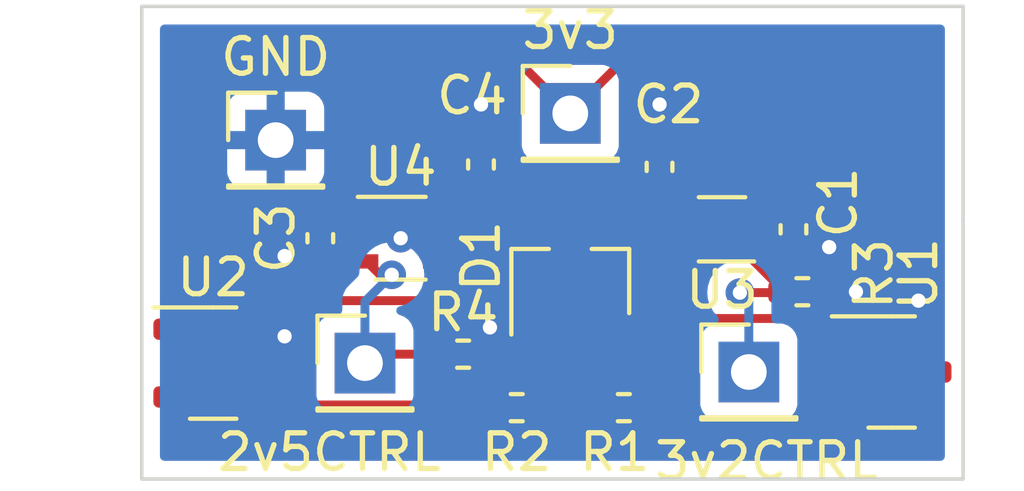
<source format=kicad_pcb>
(kicad_pcb (version 20211014) (generator pcbnew)
  (layers (0 "F.Cu" signal) (31 "B.Cu" signal) (34 "B.Paste" user) (35 "F.Paste" user) (36 "B.SilkS" user "B.Silkscreen") (37 "F.SilkS" user "F.Silkscreen") (38 "B.Mask" user) (39 "F.Mask" user) (44 "Edge.Cuts" user))
  (net 0 "")
  (net 1 "+3V3")
  (net 2 "GND")
  (net 3 "VCC")
  (net 4 "Net-(D1-Pad1)")
  (net 5 "Net-(D1-Pad2)")
  (net 6 "/HO_0")
  (net 7 "/HO_1")
  (net 8 "/3v2_CTRL")
  (net 9 "/2v5_CTRL")
  (footprint "Package_TO_SOT_SMD:SOT-23" (layer "F.Cu") (at 112.25 108.25)
    (fp_text reference "U2" (at 0 -2.4) (layer "F.SilkS"))
    (fp_text value "AH1381")
    (fp_line (start 0 1.56) (end -0.65 1.56) (layer "F.SilkS") (width 0.12))
    (fp_line (start 0 -1.56) (end 0.65 -1.56) (layer "F.SilkS") (width 0.12))
    (fp_line (start 0 -1.56) (end -1.675 -1.56) (layer "F.SilkS") (width 0.12))
    (fp_line (start 0 1.56) (end 0.65 1.56) (layer "F.SilkS") (width 0.12))
    (pad "1" smd roundrect (at -0.9375 -0.95) (size 1.475 0.6) (layers "F.Cu" "F.Paste" "F.Mask") (net 3 "VCC"))
    (pad "2" smd roundrect (at -0.9375 0.95) (size 1.475 0.6) (layers "F.Cu" "F.Paste" "F.Mask") (net 7 "/HO_1"))
    (pad "3" smd roundrect (at 0.9375 0) (size 1.475 0.6) (layers "F.Cu" "F.Paste" "F.Mask") (net 2 "GND"))
  )
  (footprint "Package_TO_SOT_SMD:SC-59_Handsoldering" (layer "F.Cu") (at 122.25 106 90)
    (fp_text reference "D1" (at 0.75 -2.5 90) (layer "F.SilkS"))
    (fp_text value "LED_Dual_KKA")
    (fp_line (start -0.85 1.65) (end 0.95 1.65) (layer "F.SilkS") (width 0.12))
    (fp_line (start 0.95 -1.65) (end 0.95 -0.6) (layer "F.SilkS") (width 0.12))
    (fp_line (start 0.95 1.65) (end 0.95 0.6) (layer "F.SilkS") (width 0.12))
    (fp_line (start -1.45 -1.65) (end 0.95 -1.65) (layer "F.SilkS") (width 0.12))
    (pad "1" smd rect (at -1.65 -0.95 90) (size 1.8 0.8) (layers "F.Cu" "F.Paste" "F.Mask") (net 4 "Net-(D1-Pad1)"))
    (pad "2" smd rect (at -1.65 0.95 90) (size 1.8 0.8) (layers "F.Cu" "F.Paste" "F.Mask") (net 5 "Net-(D1-Pad2)"))
    (pad "3" smd rect (at 1.65 0 90) (size 1.8 0.8) (layers "F.Cu" "F.Paste" "F.Mask") (net 3 "VCC"))
  )
  (footprint "Connector_PinHeader_2.54mm:PinHeader_1x01_P2.54mm_Vertical" (layer "F.Cu") (at 127.25 108.5)
    (fp_text reference "3v2CTRL" (at 0.5 2.5) (layer "F.SilkS"))
    (fp_text value "Conn_01x01_Female")
    (fp_line (start -1.33 1.27) (end -1.33 1.33) (layer "F.SilkS") (width 0.12))
    (fp_line (start -1.33 1.27) (end 1.33 1.27) (layer "F.SilkS") (width 0.12))
    (fp_line (start 1.33 1.27) (end 1.33 1.33) (layer "F.SilkS") (width 0.12))
    (fp_line (start -1.33 1.33) (end 1.33 1.33) (layer "F.SilkS") (width 0.12))
    (fp_line (start -1.33 0) (end -1.33 -1.33) (layer "F.SilkS") (width 0.12))
    (fp_line (start -1.33 -1.33) (end 0 -1.33) (layer "F.SilkS") (width 0.12))
    (pad "1" thru_hole rect (at 0 0) (size 1.7 1.7) (drill 1) (layers *.Cu *.Mask) (net 8 "/3v2_CTRL"))
  )
  (footprint "Package_TO_SOT_SMD:SOT-353_SC-70-5" (layer "F.Cu") (at 117.5 104.75)
    (fp_text reference "U4" (at 0 -2) (layer "F.SilkS"))
    (fp_text value "MIC5365-2.5YC5")
    (fp_line (start -0.7 1.16) (end 0.7 1.16) (layer "F.SilkS") (width 0.12))
    (fp_line (start 0.7 -1.16) (end -1.2 -1.16) (layer "F.SilkS") (width 0.12))
    (pad "1" smd rect (at -0.95 -0.65) (size 0.65 0.4) (layers "F.Cu" "F.Paste" "F.Mask") (net 1 "+3V3"))
    (pad "2" smd rect (at -0.95 0) (size 0.65 0.4) (layers "F.Cu" "F.Paste" "F.Mask") (net 2 "GND"))
    (pad "3" smd rect (at -0.95 0.65) (size 0.65 0.4) (layers "F.Cu" "F.Paste" "F.Mask") (net 9 "/2v5_CTRL"))
    (pad "4" smd rect (at 0.95 0.65) (size 0.65 0.4) (layers "F.Cu" "F.Paste" "F.Mask"))
    (pad "5" smd rect (at 0.95 -0.65) (size 0.65 0.4) (layers "F.Cu" "F.Paste" "F.Mask") (net 3 "VCC"))
  )
  (footprint "Resistor_SMD:R_0402_1005Metric_Pad0.72x0.64mm_HandSolder" (layer "F.Cu") (at 128.75 106.25)
    (fp_text reference "R3" (at 2 -0.5 90) (layer "F.SilkS"))
    (fp_text value "100k")
    (fp_line (start -0.167621 -0.38) (end 0.167621 -0.38) (layer "F.SilkS") (width 0.12))
    (fp_line (start -0.167621 0.38) (end 0.167621 0.38) (layer "F.SilkS") (width 0.12))
    (pad "1" smd roundrect (at -0.5975 0) (size 0.715 0.64) (layers "F.Cu" "F.Paste" "F.Mask") (net 8 "/3v2_CTRL"))
    (pad "2" smd roundrect (at 0.5975 0) (size 0.715 0.64) (layers "F.Cu" "F.Paste" "F.Mask") (net 2 "GND"))
  )
  (footprint "Connector_PinHeader_2.54mm:PinHeader_1x01_P2.54mm_Vertical" (layer "F.Cu") (at 114 102)
    (fp_text reference "GND" (at 0 -2.33) (layer "F.SilkS"))
    (fp_text value "Conn_01x01_Female")
    (fp_line (start -1.33 1.33) (end 1.33 1.33) (layer "F.SilkS") (width 0.12))
    (fp_line (start -1.33 -1.33) (end 0 -1.33) (layer "F.SilkS") (width 0.12))
    (fp_line (start -1.33 1.27) (end -1.33 1.33) (layer "F.SilkS") (width 0.12))
    (fp_line (start 1.33 1.27) (end 1.33 1.33) (layer "F.SilkS") (width 0.12))
    (fp_line (start -1.33 0) (end -1.33 -1.33) (layer "F.SilkS") (width 0.12))
    (fp_line (start -1.33 1.27) (end 1.33 1.27) (layer "F.SilkS") (width 0.12))
    (pad "1" thru_hole rect (at 0 0) (size 1.7 1.7) (drill 1) (layers *.Cu *.Mask) (net 2 "GND"))
  )
  (footprint "Resistor_SMD:R_0402_1005Metric_Pad0.72x0.64mm_HandSolder" (layer "F.Cu") (at 119.25 108)
    (fp_text reference "R4" (at 0 -1.17) (layer "F.SilkS"))
    (fp_text value "100k")
    (fp_line (start -0.167621 0.38) (end 0.167621 0.38) (layer "F.SilkS") (width 0.12))
    (fp_line (start -0.167621 -0.38) (end 0.167621 -0.38) (layer "F.SilkS") (width 0.12))
    (pad "1" smd roundrect (at -0.5975 0) (size 0.715 0.64) (layers "F.Cu" "F.Paste" "F.Mask") (net 9 "/2v5_CTRL"))
    (pad "2" smd roundrect (at 0.5975 0) (size 0.715 0.64) (layers "F.Cu" "F.Paste" "F.Mask") (net 2 "GND"))
  )
  (footprint "Resistor_SMD:R_0402_1005Metric_Pad0.72x0.64mm_HandSolder" (layer "F.Cu") (at 120.75 109.5 180)
    (fp_text reference "R2" (at 0 -1.25 180) (layer "F.SilkS"))
    (fp_text value "1k")
    (fp_line (start -0.167621 0.38) (end 0.167621 0.38) (layer "F.SilkS") (width 0.12))
    (fp_line (start -0.167621 -0.38) (end 0.167621 -0.38) (layer "F.SilkS") (width 0.12))
    (pad "1" smd roundrect (at -0.5975 0 180) (size 0.715 0.64) (layers "F.Cu" "F.Paste" "F.Mask") (net 4 "Net-(D1-Pad1)"))
    (pad "2" smd roundrect (at 0.5975 0 180) (size 0.715 0.64) (layers "F.Cu" "F.Paste" "F.Mask") (net 7 "/HO_1"))
  )
  (footprint "Capacitor_SMD:C_0402_1005Metric_Pad0.74x0.62mm_HandSolder" (layer "F.Cu") (at 124.75 102.75 90)
    (fp_text reference "C2" (at 1.75 0.25 180) (layer "F.SilkS"))
    (fp_text value "0.1u")
    (fp_line (start -0.115835 -0.36) (end 0.115835 -0.36) (layer "F.SilkS") (width 0.12))
    (fp_line (start -0.115835 0.36) (end 0.115835 0.36) (layer "F.SilkS") (width 0.12))
    (pad "1" smd roundrect (at -0.5675 0 90) (size 0.735 0.62) (layers "F.Cu" "F.Paste" "F.Mask") (net 3 "VCC"))
    (pad "2" smd roundrect (at 0.5675 0 90) (size 0.735 0.62) (layers "F.Cu" "F.Paste" "F.Mask") (net 2 "GND"))
  )
  (footprint "Resistor_SMD:R_0402_1005Metric_Pad0.72x0.64mm_HandSolder" (layer "F.Cu") (at 123.75 109.5)
    (fp_text reference "R1" (at -0.25 1.25 180) (layer "F.SilkS"))
    (fp_text value "1k")
    (fp_line (start -0.167621 -0.38) (end 0.167621 -0.38) (layer "F.SilkS") (width 0.12))
    (fp_line (start -0.167621 0.38) (end 0.167621 0.38) (layer "F.SilkS") (width 0.12))
    (pad "1" smd roundrect (at -0.5975 0) (size 0.715 0.64) (layers "F.Cu" "F.Paste" "F.Mask") (net 5 "Net-(D1-Pad2)"))
    (pad "2" smd roundrect (at 0.5975 0) (size 0.715 0.64) (layers "F.Cu" "F.Paste" "F.Mask") (net 6 "/HO_0"))
  )
  (footprint "Capacitor_SMD:C_0402_1005Metric_Pad0.74x0.62mm_HandSolder" (layer "F.Cu") (at 115.25 104.75 -90)
    (fp_text reference "C3" (at 0 1.25 90) (layer "F.SilkS"))
    (fp_text value "0.1u")
    (fp_line (start -0.115835 0.36) (end 0.115835 0.36) (layer "F.SilkS") (width 0.12))
    (fp_line (start -0.115835 -0.36) (end 0.115835 -0.36) (layer "F.SilkS") (width 0.12))
    (pad "1" smd roundrect (at -0.5675 0 270) (size 0.735 0.62) (layers "F.Cu" "F.Paste" "F.Mask") (net 1 "+3V3"))
    (pad "2" smd roundrect (at 0.5675 0 270) (size 0.735 0.62) (layers "F.Cu" "F.Paste" "F.Mask") (net 2 "GND"))
  )
  (footprint "Capacitor_SMD:C_0402_1005Metric_Pad0.74x0.62mm_HandSolder" (layer "F.Cu") (at 119.75 102.6825 90)
    (fp_text reference "C4" (at 1.9325 -0.25 180) (layer "F.SilkS"))
    (fp_text value "0.1u")
    (fp_line (start -0.115835 0.36) (end 0.115835 0.36) (layer "F.SilkS") (width 0.12))
    (fp_line (start -0.115835 -0.36) (end 0.115835 -0.36) (layer "F.SilkS") (width 0.12))
    (pad "1" smd roundrect (at -0.5675 0 90) (size 0.735 0.62) (layers "F.Cu" "F.Paste" "F.Mask") (net 3 "VCC"))
    (pad "2" smd roundrect (at 0.5675 0 90) (size 0.735 0.62) (layers "F.Cu" "F.Paste" "F.Mask") (net 2 "GND"))
  )
  (footprint "Package_TO_SOT_SMD:SOT-23" (layer "F.Cu") (at 131.25 108.5)
    (fp_text reference "U1" (at 0.75 -2.75 90) (layer "F.SilkS"))
    (fp_text value "AH1381")
    (fp_line (start 0 -1.56) (end -1.675 -1.56) (layer "F.SilkS") (width 0.12))
    (fp_line (start 0 -1.56) (end 0.65 -1.56) (layer "F.SilkS") (width 0.12))
    (fp_line (start 0 1.56) (end 0.65 1.56) (layer "F.SilkS") (width 0.12))
    (fp_line (start 0 1.56) (end -0.65 1.56) (layer "F.SilkS") (width 0.12))
    (pad "1" smd roundrect (at -0.9375 -0.95) (size 1.475 0.6) (layers "F.Cu" "F.Paste" "F.Mask") (net 3 "VCC"))
    (pad "2" smd roundrect (at -0.9375 0.95) (size 1.475 0.6) (layers "F.Cu" "F.Paste" "F.Mask") (net 6 "/HO_0"))
    (pad "3" smd roundrect (at 0.9375 0) (size 1.475 0.6) (layers "F.Cu" "F.Paste" "F.Mask") (net 2 "GND"))
  )
  (footprint "Capacitor_SMD:C_0402_1005Metric_Pad0.74x0.62mm_HandSolder" (layer "F.Cu") (at 128.5 104.5 -90)
    (fp_text reference "C1" (at -0.75 -1.25 90) (layer "F.SilkS"))
    (fp_text value "0.1u")
    (fp_line (start -0.115835 -0.36) (end 0.115835 -0.36) (layer "F.SilkS") (width 0.12))
    (fp_line (start -0.115835 0.36) (end 0.115835 0.36) (layer "F.SilkS") (width 0.12))
    (pad "1" smd roundrect (at -0.5675 0 270) (size 0.735 0.62) (layers "F.Cu" "F.Paste" "F.Mask") (net 1 "+3V3"))
    (pad "2" smd roundrect (at 0.5675 0 270) (size 0.735 0.62) (layers "F.Cu" "F.Paste" "F.Mask") (net 2 "GND"))
  )
  (footprint "Package_TO_SOT_SMD:SOT-553" (layer "F.Cu") (at 126.5 104.5 180)
    (fp_text reference "U3" (at 0 -1.7) (layer "F.SilkS"))
    (fp_text value "TCR2EE32")
    (fp_line (start -0.9 -0.9) (end 0.65 -0.9) (layer "F.SilkS") (width 0.12))
    (fp_line (start 0.65 0.9) (end -0.65 0.9) (layer "F.SilkS") (width 0.12))
    (pad "1" smd rect (at -0.7 -0.5 180) (size 0.45 0.3) (layers "F.Cu" "F.Paste" "F.Mask") (net 8 "/3v2_CTRL"))
    (pad "2" smd rect (at -0.7 0 180) (size 0.45 0.3) (layers "F.Cu" "F.Paste" "F.Mask") (net 2 "GND"))
    (pad "3" smd rect (at -0.7 0.5 180) (size 0.45 0.3) (layers "F.Cu" "F.Paste" "F.Mask") (net 1 "+3V3"))
    (pad "4" smd rect (at 0.7 0.5 180) (size 0.45 0.3) (layers "F.Cu" "F.Paste" "F.Mask") (net 3 "VCC"))
    (pad "5" smd rect (at 0.7 -0.5 180) (size 0.45 0.3) (layers "F.Cu" "F.Paste" "F.Mask"))
  )
  (footprint "Connector_PinHeader_2.54mm:PinHeader_1x01_P2.54mm_Vertical" (layer "F.Cu") (at 116.5 108.25)
    (fp_text reference "2v5CTRL" (at -1 2.5) (layer "F.SilkS"))
    (fp_text value "Conn_01x01_Female")
    (fp_line (start -1.33 1.33) (end 1.33 1.33) (layer "F.SilkS") (width 0.12))
    (fp_line (start 1.33 1.27) (end 1.33 1.33) (layer "F.SilkS") (width 0.12))
    (fp_line (start -1.33 1.27) (end -1.33 1.33) (layer "F.SilkS") (width 0.12))
    (fp_line (start -1.33 1.27) (end 1.33 1.27) (layer "F.SilkS") (width 0.12))
    (fp_line (start -1.33 -1.33) (end 0 -1.33) (layer "F.SilkS") (width 0.12))
    (fp_line (start -1.33 0) (end -1.33 -1.33) (layer "F.SilkS") (width 0.12))
    (pad "1" thru_hole rect (at 0 0) (size 1.7 1.7) (drill 1) (layers *.Cu *.Mask) (net 9 "/2v5_CTRL"))
  )
  (footprint "Connector_PinHeader_2.54mm:PinHeader_1x01_P2.54mm_Vertical" (layer "F.Cu") (at 122.25 101.25)
    (fp_text reference "3v3" (at 0 -2.33) (layer "F.SilkS"))
    (fp_text value "Conn_01x01_Female")
    (fp_line (start -1.33 0) (end -1.33 -1.33) (layer "F.SilkS") (width 0.12))
    (fp_line (start -1.33 -1.33) (end 0 -1.33) (layer "F.SilkS") (width 0.12))
    (fp_line (start -1.33 1.33) (end 1.33 1.33) (layer "F.SilkS") (width 0.12))
    (fp_line (start 1.33 1.27) (end 1.33 1.33) (layer "F.SilkS") (width 0.12))
    (fp_line (start -1.33 1.27) (end -1.33 1.33) (layer "F.SilkS") (width 0.12))
    (fp_line (start -1.33 1.27) (end 1.33 1.27) (layer "F.SilkS") (width 0.12))
    (pad "1" thru_hole rect (at 0 0) (size 1.7 1.7) (drill 1) (layers *.Cu *.Mask) (net 1 "+3V3"))
  )
  (gr_line (start 110.25 98.25) (end 110.25 111.5) (layer "Edge.Cuts") (width 0.1))
  (gr_line (start 133.25 98.25) (end 133.25 104.25) (layer "Edge.Cuts") (width 0.1))
  (gr_line (start 133.25 111.5) (end 133.25 104.25) (layer "Edge.Cuts") (width 0.1))
  (gr_line (start 123.5 98.25) (end 133.25 98.25) (layer "Edge.Cuts") (width 0.1))
  (gr_line (start 110.25 111.5) (end 133.25 111.5) (layer "Edge.Cuts") (width 0.1))
  (gr_line (start 123.5 98.25) (end 110.25 98.25) (layer "Edge.Cuts") (width 0.1))
  (segment (start 116.55 102.2) (end 116.55 104.1) (width 0.25) (layer "F.Cu") (net 1))
  (segment (start 127.2 101.95) (end 127.2 104) (width 0.25) (layer "F.Cu") (net 1))
  (segment (start 123.75 99.75) (end 125 99.75) (width 0.25) (layer "F.Cu") (net 1))
  (segment (start 119 99.75) (end 116.55 102.2) (width 0.25) (layer "F.Cu") (net 1))
  (segment (start 127.2 104) (end 128.4325 104) (width 0.25) (layer "F.Cu") (net 1))
  (segment (start 128.4325 104) (end 128.5 103.9325) (width 0.25) (layer "F.Cu") (net 1))
  (segment (start 122.25 101.25) (end 120.75 99.75) (width 0.25) (layer "F.Cu") (net 1))
  (segment (start 125 99.75) (end 127.2 101.95) (width 0.25) (layer "F.Cu") (net 1))
  (segment (start 122.25 101.25) (end 123.75 99.75) (width 0.25) (layer "F.Cu") (net 1))
  (segment (start 116.4675 104.1825) (end 116.55 104.1) (width 0.25) (layer "F.Cu") (net 1))
  (segment (start 120.75 99.75) (end 119 99.75) (width 0.25) (layer "F.Cu") (net 1))
  (segment (start 115.25 104.1825) (end 116.4675 104.1825) (width 0.25) (layer "F.Cu") (net 1))
  (segment (start 115.8175 104.75) (end 115.25 105.3175) (width 0.25) (layer "F.Cu") (net 2))
  (segment (start 115.25 105.3175) (end 114.3175 105.3175) (width 0.25) (layer "F.Cu") (net 2))
  (segment (start 119.8475 108) (end 119.8475 107.4025) (width 0.25) (layer "F.Cu") (net 2))
  (segment (start 132.1875 108.5) (end 132.1875 106.6875) (width 0.25) (layer "F.Cu") (net 2))
  (segment (start 119.75 102.115) (end 119.75 101) (width 0.25) (layer "F.Cu") (net 2))
  (segment (start 119.8475 107.4025) (end 120 107.25) (width 0.25) (layer "F.Cu") (net 2))
  (segment (start 116.55 104.75) (end 117.5 104.75) (width 0.25) (layer "F.Cu") (net 2))
  (segment (start 116.55 104.75) (end 115.8175 104.75) (width 0.25) (layer "F.Cu") (net 2))
  (segment (start 114.3175 105.3175) (end 114.25 105.25) (width 0.25) (layer "F.Cu") (net 2))
  (segment (start 128.5 105.0675) (end 129.4325 105.0675) (width 0.25) (layer "F.Cu") (net 2))
  (segment (start 124.75 102.1825) (end 124.75 101) (width 0.25) (layer "F.Cu") (net 2))
  (segment (start 129.4325 105.0675) (end 129.5 105) (width 0.25) (layer "F.Cu") (net 2))
  (segment (start 127.9325 104.5) (end 128.5 105.0675) (width 0.25) (layer "F.Cu") (net 2))
  (segment (start 129.3475 106.25) (end 130.25 106.25) (width 0.25) (layer "F.Cu") (net 2))
  (segment (start 127.2 104.5) (end 127.9325 104.5) (width 0.25) (layer "F.Cu") (net 2))
  (segment (start 113.5 108.25) (end 114.25 107.5) (width 0.25) (layer "F.Cu") (net 2))
  (segment (start 132.1875 106.6875) (end 132 106.5) (width 0.25) (layer "F.Cu") (net 2))
  (segment (start 113.1875 108.25) (end 113.5 108.25) (width 0.25) (layer "F.Cu") (net 2))
  (via (at 129.5 105) (size 0.8) (drill 0.4) (layers "F.Cu" "B.Cu") (net 2))
  (via (at 132 106.5) (size 0.8) (drill 0.4) (layers "F.Cu" "B.Cu") (net 2))
  (via (at 114.25 105.25) (size 0.8) (drill 0.4) (layers "F.Cu" "B.Cu") (net 2))
  (via (at 117.5 104.75) (size 0.8) (drill 0.4) (layers "F.Cu" "B.Cu") (net 2))
  (via (at 130.25 106.25) (size 0.8) (drill 0.4) (layers "F.Cu" "B.Cu") (net 2))
  (via (at 119.75 101) (size 0.8) (drill 0.4) (layers "F.Cu" "B.Cu") (net 2))
  (via (at 114.25 107.5) (size 0.8) (drill 0.4) (layers "F.Cu" "B.Cu") (net 2))
  (via (at 124.75 101) (size 0.8) (drill 0.4) (layers "F.Cu" "B.Cu") (net 2))
  (via (at 120 107.25) (size 0.8) (drill 0.4) (layers "F.Cu" "B.Cu") (net 2))
  (segment (start 122.6 104) (end 122.25 104.35) (width 0.25) (layer "F.Cu") (net 3))
  (segment (start 124.8175 103.3175) (end 125.5 104) (width 0.25) (layer "F.Cu") (net 3))
  (segment (start 120.75 106) (end 120.25 106.5) (width 0.25) (layer "F.Cu") (net 3))
  (segment (start 123.1 104.35) (end 122.25 104.35) (width 0.25) (layer "F.Cu") (net 3))
  (segment (start 118.9 104.1) (end 122 104.1) (width 0.25) (layer "F.Cu") (net 3))
  (segment (start 124.75 103.3175) (end 124.8175 103.3175) (width 0.25) (layer "F.Cu") (net 3))
  (segment (start 125.75 107) (end 123.1 104.35) (width 0.25) (layer "F.Cu") (net 3))
  (segment (start 130.3125 107.55) (end 129.7625 107) (width 0.25) (layer "F.Cu") (net 3))
  (segment (start 122.25 104.35) (end 120.75 105.85) (width 0.25) (layer "F.Cu") (net 3))
  (segment (start 119.75 103.25) (end 118.9 104.1) (width 0.25) (layer "F.Cu") (net 3))
  (segment (start 120.75 105.85) (end 120.75 106) (width 0.25) (layer "F.Cu") (net 3))
  (segment (start 118.45 104.1) (end 118.9 104.1) (width 0.25) (layer "F.Cu") (net 3))
  (segment (start 122 104.1) (end 122.25 104.35) (width 0.25) (layer "F.Cu") (net 3))
  (segment (start 129.7625 107) (end 125.75 107) (width 0.25) (layer "F.Cu") (net 3))
  (segment (start 112 106.5) (end 111.3125 107.1875) (width 0.25) (layer "F.Cu") (net 3))
  (segment (start 120.25 106.5) (end 112 106.5) (width 0.25) (layer "F.Cu") (net 3))
  (segment (start 125.5 104) (end 122.6 104) (width 0.25) (layer "F.Cu") (net 3))
  (segment (start 125.8 104) (end 125.5 104) (width 0.25) (layer "F.Cu") (net 3))
  (segment (start 111.3125 107.1875) (end 111.3125 107.3) (width 0.25) (layer "F.Cu") (net 3))
  (segment (start 121.3 107.65) (end 121.3 109.4525) (width 0.25) (layer "F.Cu") (net 4))
  (segment (start 121.3 109.4525) (end 121.3475 109.5) (width 0.25) (layer "F.Cu") (net 4))
  (segment (start 123.2 107.65) (end 123.2 109.4525) (width 0.25) (layer "F.Cu") (net 5))
  (segment (start 123.2 109.4525) (end 123.1525 109.5) (width 0.25) (layer "F.Cu") (net 5))
  (segment (start 111.3125 109.2) (end 111.5375 109.425) (width 0.25) (layer "F.Cu") (net 7))
  (segment (start 120.0775 109.425) (end 120.1525 109.5) (width 0.25) (layer "F.Cu") (net 7))
  (segment (start 111.5375 109.425) (end 120.0775 109.425) (width 0.25) (layer "F.Cu") (net 7))
  (segment (start 127.25 105.25) (end 127.25 105.05) (width 0.25) (layer "F.Cu") (net 8))
  (segment (start 127 106.2755) (end 128.127 106.2755) (width 0.25) (layer "F.Cu") (net 8))
  (segment (start 128.127 106.2755) (end 128.1525 106.25) (width 0.25) (layer "F.Cu") (net 8))
  (segment (start 128.1525 106.25) (end 128.1525 106.1525) (width 0.25) (layer "F.Cu") (net 8))
  (segment (start 128.1525 106.1525) (end 127.25 105.25) (width 0.25) (layer "F.Cu") (net 8))
  (segment (start 127.25 105.05) (end 127.2 105) (width 0.25) (layer "F.Cu") (net 8))
  (via (at 127 106.2755) (size 0.8) (drill 0.4) (layers "F.Cu" "B.Cu") (net 8))
  (segment (start 127.25 108.5) (end 127.25 106.5255) (width 0.25) (layer "B.Cu") (net 8))
  (segment (start 127.25 106.5255) (end 127 106.2755) (width 0.25) (layer "B.Cu") (net 8))
  (segment (start 116.75 108) (end 116.5 108.25) (width 0.25) (layer "F.Cu") (net 9))
  (segment (start 118.6525 108) (end 116.75 108) (width 0.25) (layer "F.Cu") (net 9))
  (segment (start 116.9255 105.7755) (end 116.55 105.4) (width 0.25) (layer "F.Cu") (net 9))
  (segment (start 117.25 105.7755) (end 116.9255 105.7755) (width 0.25) (layer "F.Cu") (net 9))
  (via (at 117.25 105.7755) (size 0.8) (drill 0.4) (layers "F.Cu" "B.Cu") (net 9))
  (segment (start 116.5 106.5255) (end 117.25 105.7755) (width 0.25) (layer "B.Cu") (net 9))
  (segment (start 116.5 108.25) (end 116.5 106.5255) (width 0.25) (layer "B.Cu") (net 9))
  (zone (net 2) (net_name "GND") (layer "B.Cu") (connect_pads (clearance 0.508)) (min_thickness 0.254) (fill yes (thermal_gap 0.508) (thermal_bridge_width 0.508))
    (polygon (pts (xy 133.25 111.5) (xy 110.25 111.5) (xy 110.25 98.25) (xy 133.25 98.25)))
  )
)
</source>
